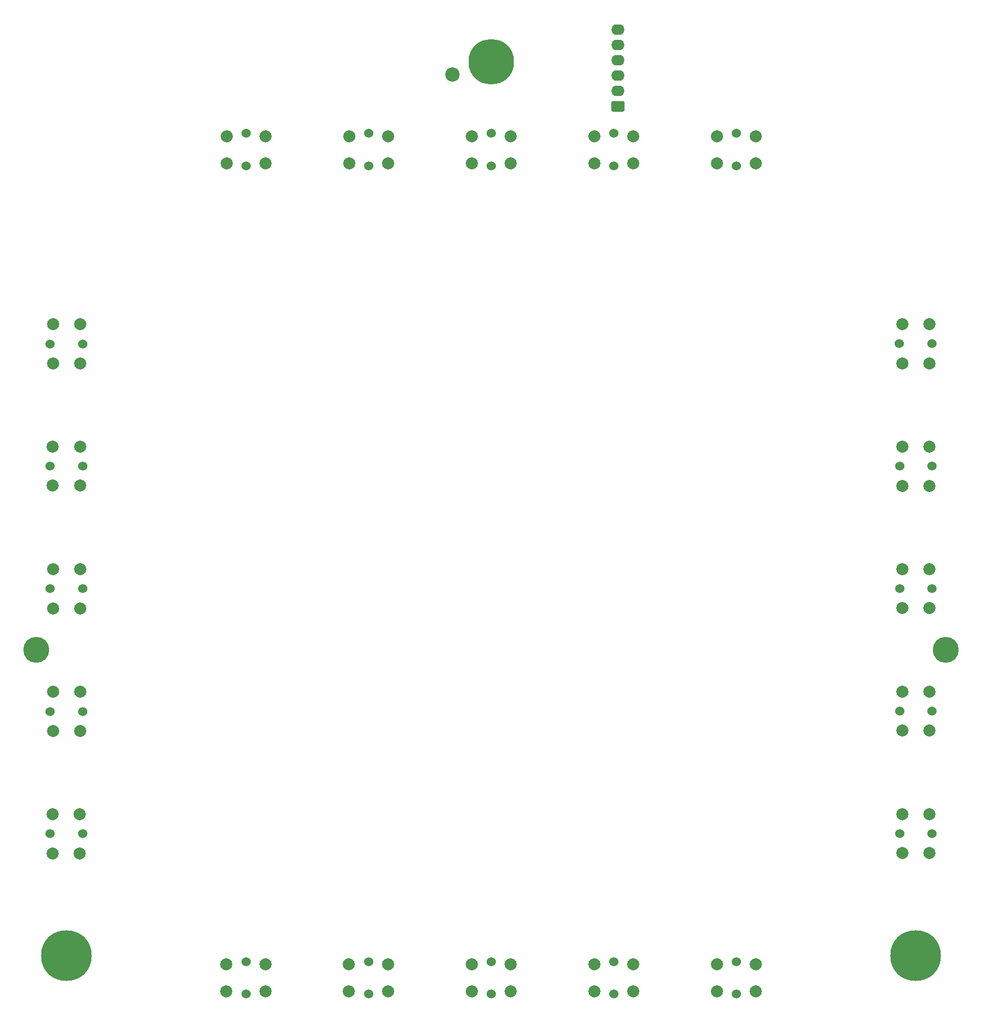
<source format=gbr>
G04 #@! TF.GenerationSoftware,KiCad,Pcbnew,(5.1.9)-1*
G04 #@! TF.CreationDate,2021-08-15T10:09:09-06:00*
G04 #@! TF.ProjectId,Buttons_DDI,42757474-6f6e-4735-9f44-44492e6b6963,rev?*
G04 #@! TF.SameCoordinates,Original*
G04 #@! TF.FileFunction,Soldermask,Bot*
G04 #@! TF.FilePolarity,Negative*
%FSLAX46Y46*%
G04 Gerber Fmt 4.6, Leading zero omitted, Abs format (unit mm)*
G04 Created by KiCad (PCBNEW (5.1.9)-1) date 2021-08-15 10:09:09*
%MOMM*%
%LPD*%
G01*
G04 APERTURE LIST*
%ADD10C,4.300000*%
%ADD11C,8.400000*%
%ADD12C,7.540752*%
%ADD13C,2.381250*%
%ADD14C,1.524000*%
%ADD15C,2.000000*%
%ADD16O,2.190000X1.740000*%
G04 APERTURE END LIST*
D10*
X283112145Y129680924D03*
X132305987Y129680924D03*
D11*
X278114691Y78969824D03*
X137303441Y78969824D03*
D12*
X207709066Y227216924D03*
D13*
X201283366Y225129124D03*
D12*
X207709066Y227216924D03*
D14*
X167080566Y209947924D03*
X167080566Y215347924D03*
D15*
X170330566Y214897924D03*
X170330566Y210397924D03*
X163830566Y214897924D03*
X163830566Y210397924D03*
D14*
X187400566Y209947924D03*
X187400566Y215347924D03*
D15*
X190650566Y214897924D03*
X190650566Y210397924D03*
X184150566Y214897924D03*
X184150566Y210397924D03*
D14*
X207720566Y209947924D03*
X207720566Y215347924D03*
D15*
X210970566Y214897924D03*
X210970566Y210397924D03*
X204470566Y214897924D03*
X204470566Y210397924D03*
D14*
X228040566Y209947924D03*
X228040566Y215347924D03*
D15*
X231290566Y214897924D03*
X231290566Y210397924D03*
X224790566Y214897924D03*
X224790566Y210397924D03*
D14*
X248360566Y209947924D03*
X248360566Y215347924D03*
D15*
X251610566Y214897924D03*
X251610566Y210397924D03*
X245110566Y214897924D03*
X245110566Y210397924D03*
D14*
X275403066Y180482124D03*
X280803066Y180482124D03*
D15*
X280353066Y177232124D03*
X275853066Y177232124D03*
X280353066Y183732124D03*
X275853066Y183732124D03*
D14*
X275425291Y160149424D03*
X280825291Y160149424D03*
D15*
X280375291Y156899424D03*
X275875291Y156899424D03*
X280375291Y163399424D03*
X275875291Y163399424D03*
D14*
X275425291Y139854824D03*
X280825291Y139854824D03*
D15*
X280375291Y136604824D03*
X275875291Y136604824D03*
X280375291Y143104824D03*
X275875291Y143104824D03*
D14*
X275425291Y119532424D03*
X280825291Y119532424D03*
D15*
X280375291Y116282424D03*
X275875291Y116282424D03*
X280375291Y122782424D03*
X275875291Y122782424D03*
D14*
X275425291Y99214824D03*
X280825291Y99214824D03*
D15*
X280375291Y95964824D03*
X275875291Y95964824D03*
X280375291Y102464824D03*
X275875291Y102464824D03*
D14*
X167067866Y72610124D03*
X167067866Y78010124D03*
D15*
X170317866Y77560124D03*
X170317866Y73060124D03*
X163817866Y77560124D03*
X163817866Y73060124D03*
D14*
X187387866Y72610124D03*
X187387866Y78010124D03*
D15*
X190637866Y77560124D03*
X190637866Y73060124D03*
X184137866Y77560124D03*
X184137866Y73060124D03*
D14*
X207733266Y72610124D03*
X207733266Y78010124D03*
D15*
X210983266Y77560124D03*
X210983266Y73060124D03*
X204483266Y77560124D03*
X204483266Y73060124D03*
D14*
X228053266Y72610124D03*
X228053266Y78010124D03*
D15*
X231303266Y77560124D03*
X231303266Y73060124D03*
X224803266Y77560124D03*
X224803266Y73060124D03*
D14*
X248373266Y72610124D03*
X248373266Y78010124D03*
D15*
X251623266Y77560124D03*
X251623266Y73060124D03*
X245123266Y77560124D03*
X245123266Y73060124D03*
D14*
X140015066Y180454324D03*
X134615066Y180454324D03*
D15*
X135065066Y183704324D03*
X139565066Y183704324D03*
X135065066Y177204324D03*
X139565066Y177204324D03*
D14*
X139989666Y160185124D03*
X134589666Y160185124D03*
D15*
X135039666Y163435124D03*
X139539666Y163435124D03*
X135039666Y156935124D03*
X139539666Y156935124D03*
D14*
X140015066Y139839724D03*
X134615066Y139839724D03*
D15*
X135065066Y143089724D03*
X139565066Y143089724D03*
X135065066Y136589724D03*
X139565066Y136589724D03*
D14*
X139999191Y119494324D03*
X134599191Y119494324D03*
D15*
X135049191Y122744324D03*
X139549191Y122744324D03*
X135049191Y116244324D03*
X139549191Y116244324D03*
D14*
X139964266Y99199724D03*
X134564266Y99199724D03*
D15*
X135014266Y102449724D03*
X139514266Y102449724D03*
X135014266Y95949724D03*
X139514266Y95949724D03*
G36*
G01*
X229577927Y218975564D02*
X227887925Y218975564D01*
G75*
G02*
X227637926Y219225563I0J249999D01*
G01*
X227637926Y220465565D01*
G75*
G02*
X227887925Y220715564I249999J0D01*
G01*
X229577927Y220715564D01*
G75*
G02*
X229827926Y220465565I0J-249999D01*
G01*
X229827926Y219225563D01*
G75*
G02*
X229577927Y218975564I-249999J0D01*
G01*
G37*
D16*
X228732926Y222385564D03*
X228732926Y224925564D03*
X228732926Y227465564D03*
X228732926Y230005564D03*
X228732926Y232545564D03*
M02*

</source>
